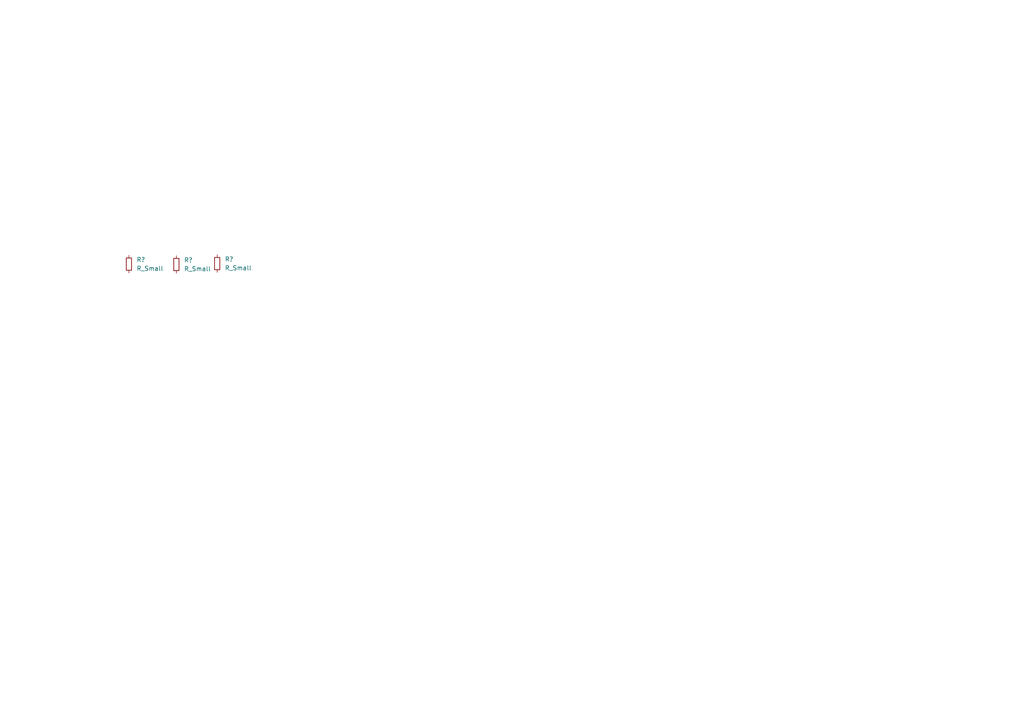
<source format=kicad_sch>
(kicad_sch (version 20211123) (generator eeschema)
  (paper "A4")
  (title_block (title "LED Controller") (date "2023-11-07") (rev "2.0"))
  (lib_symbols
    (symbol "Device:R_Small" (pin_numbers hide) (pin_names (offset 0.254) hide)
      (property "Reference" "R" (at 0.762 0.508 0))
      (property "Value" "R_Small" (at 0.762 -1.016 0))
      (symbol "R_Small_0_1"
        (rectangle (start -0.762 1.778) (end 0.762 -1.778) (stroke (width 0.2032)))
      )
      (symbol "R_Small_1_1"
        (pin passive line (at 0 2.54 270) (length 0.762) (name "~") (number "1"))
        (pin passive line (at 0 -2.54 90) (length 0.762) (name "~") (number "2"))
      )
    )
  )
  (symbol (lib_id "Device:R_Small") (at 37.3888 76.6064 0) (unit 1)
    (property "Reference" "R?" (at 39.5732 75.3363 0) (effects (justify left)))
    (property "Value" "R_Small" (at 39.5732 77.8763 0) (effects (justify left)))
  )
  (symbol (lib_id "Device:R_Small") (at 62.992 76.454 0) (unit 1)
    (property "Reference" "R?" (at 65.1764 75.1839 0) (effects (justify left)))
    (property "Value" "R_Small" (at 65.1764 77.7239 0) (effects (justify left)))
  )
  (symbol (lib_id "Device:R_Small") (at 51.1556 76.708 0) (unit 1)
    (property "Reference" "R?" (at 53.34 75.4379 0) (effects (justify left)))
    (property "Value" "R_Small" (at 53.34 77.9779 0) (effects (justify left)))
  )
)
</source>
